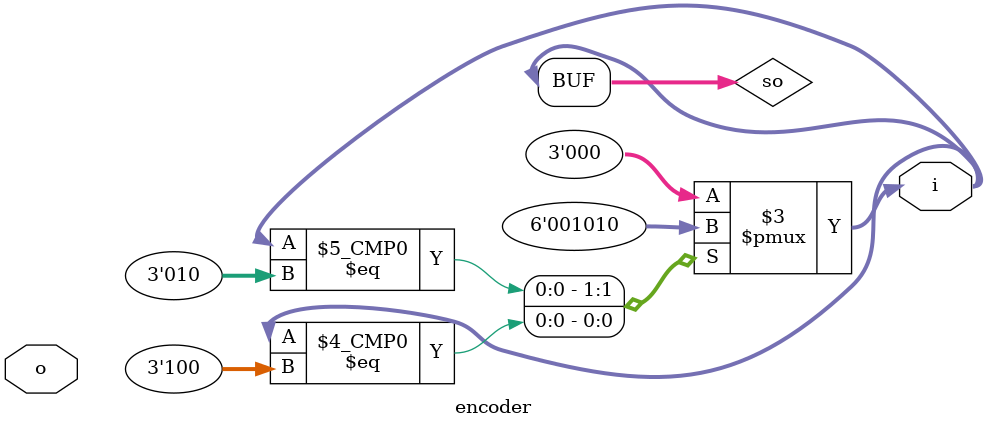
<source format=v>
`timescale 1ns / 1ps
module encoder(
    output [2:0] i,
    input [7:0] o
    );

   reg [2:0] so;
   assign i = so;
  

   always @*
       case (i)
            8'b00000001 : so <= 3'b000;
            8'b00000010 : so <= 3'b001;
            8'b00000100 : so <= 3'b010;
            8'b00001000 : so <= 3'b011;
            8'b00010000 : so <= 3'b100;
            8'b00100000 : so <= 3'b101;
            8'b01000000 : so <= 3'b110;
            8'b10000000 : so <= 3'b111;
            default : so <= 8'b00000000;
         endcase
				

endmodule

</source>
